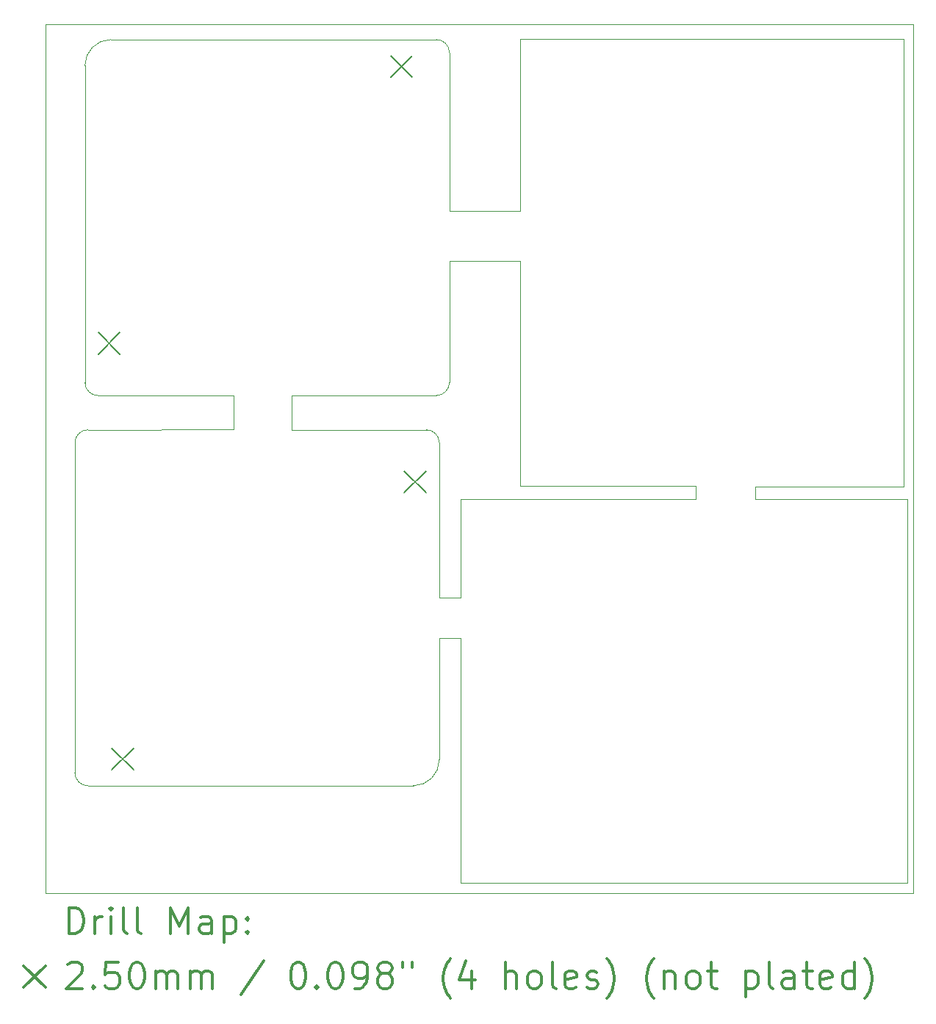
<source format=gbr>
%FSLAX45Y45*%
G04 Gerber Fmt 4.5, Leading zero omitted, Abs format (unit mm)*
G04 Created by KiCad (PCBNEW 4.0.6-e0-6349~53~ubuntu14.04.1) date Thu Apr  6 15:26:07 2017*
%MOMM*%
%LPD*%
G01*
G04 APERTURE LIST*
%ADD10C,0.127000*%
%ADD11C,0.100000*%
%ADD12C,0.200000*%
%ADD13C,0.300000*%
G04 APERTURE END LIST*
D10*
D11*
X10000000Y-5000000D02*
X10000000Y-15000000D01*
X20000000Y-5000000D02*
X10000000Y-5000000D01*
X20000000Y-15000000D02*
X20000000Y-5000000D01*
X10000000Y-15000000D02*
X20000000Y-15000000D01*
X14537000Y-11599000D02*
X14536000Y-9817000D01*
X14781000Y-11599000D02*
X14537000Y-11599000D01*
X14780000Y-10469000D02*
X14781000Y-11599000D01*
X14781000Y-12063000D02*
X14780000Y-14877000D01*
X14536000Y-12063000D02*
X14781000Y-12063000D01*
X14536000Y-13467000D02*
X14536000Y-12063000D01*
X18178000Y-10321000D02*
X19888000Y-10320000D01*
X18178000Y-10465000D02*
X18178000Y-10321000D01*
X19930000Y-10465000D02*
X18178000Y-10465000D01*
X17490000Y-10467000D02*
X14780000Y-10468000D01*
X17490000Y-10314000D02*
X17490000Y-10467000D01*
X17047000Y-10314000D02*
X17490000Y-10314000D01*
X15469000Y-10315000D02*
X17047000Y-10314000D01*
X15469000Y-7147000D02*
X15468000Y-5163000D01*
X14653000Y-7147000D02*
X15469000Y-7147000D01*
X14652000Y-5323000D02*
X14653000Y-7147000D01*
X15469000Y-7726000D02*
X15469000Y-10314000D01*
X14651000Y-7726000D02*
X15469000Y-7726000D01*
X14652000Y-9121000D02*
X14651000Y-7726000D01*
X12834000Y-9667000D02*
X14388000Y-9667000D01*
X12834000Y-9271000D02*
X12834000Y-9667000D01*
X14500000Y-9272000D02*
X12834000Y-9271000D01*
X12165000Y-9665000D02*
X10487000Y-9667000D01*
X12165000Y-9272000D02*
X12165000Y-9665000D01*
X10602000Y-9272000D02*
X12165000Y-9272000D01*
X15468000Y-5164000D02*
X15478000Y-5164000D01*
X19888000Y-5164000D02*
X19888000Y-10314000D01*
X15468000Y-5164000D02*
X19888000Y-5164000D01*
X14499000Y-5172000D02*
X10752000Y-5172000D01*
X10452000Y-5473000D02*
X10452000Y-9126000D01*
X14652000Y-5322000D02*
G75*
G03X14502000Y-5172000I-150000J0D01*
G01*
X14502000Y-9272000D02*
G75*
G03X14652000Y-9122000I0J150000D01*
G01*
X10452000Y-9122000D02*
G75*
G03X10602000Y-9272000I150000J0D01*
G01*
X10752000Y-5172000D02*
G75*
G03X10452000Y-5472000I0J-300000D01*
G01*
X14780000Y-14888000D02*
X14780000Y-14878000D01*
X19930000Y-14888000D02*
X14780000Y-14888000D01*
X19930000Y-10468000D02*
X19930000Y-14888000D01*
X10489000Y-13767000D02*
X14236000Y-13767000D01*
X10336000Y-9818000D02*
X10336000Y-13618000D01*
X10336000Y-13617000D02*
G75*
G03X10486000Y-13767000I150000J0D01*
G01*
X10486000Y-9667000D02*
G75*
G03X10336000Y-9817000I0J-150000D01*
G01*
X14536000Y-9817000D02*
G75*
G03X14386000Y-9667000I-150000J0D01*
G01*
X14236000Y-13767000D02*
G75*
G03X14536000Y-13467000I0J300000D01*
G01*
D12*
X10607000Y-8547000D02*
X10857000Y-8797000D01*
X10857000Y-8547000D02*
X10607000Y-8797000D01*
X10761000Y-13332000D02*
X11011000Y-13582000D01*
X11011000Y-13332000D02*
X10761000Y-13582000D01*
X13977000Y-5357000D02*
X14227000Y-5607000D01*
X14227000Y-5357000D02*
X13977000Y-5607000D01*
X14131000Y-10142000D02*
X14381000Y-10392000D01*
X14381000Y-10142000D02*
X14131000Y-10392000D01*
D13*
X10266429Y-15470714D02*
X10266429Y-15170714D01*
X10337857Y-15170714D01*
X10380714Y-15185000D01*
X10409286Y-15213571D01*
X10423571Y-15242143D01*
X10437857Y-15299286D01*
X10437857Y-15342143D01*
X10423571Y-15399286D01*
X10409286Y-15427857D01*
X10380714Y-15456429D01*
X10337857Y-15470714D01*
X10266429Y-15470714D01*
X10566429Y-15470714D02*
X10566429Y-15270714D01*
X10566429Y-15327857D02*
X10580714Y-15299286D01*
X10595000Y-15285000D01*
X10623571Y-15270714D01*
X10652143Y-15270714D01*
X10752143Y-15470714D02*
X10752143Y-15270714D01*
X10752143Y-15170714D02*
X10737857Y-15185000D01*
X10752143Y-15199286D01*
X10766429Y-15185000D01*
X10752143Y-15170714D01*
X10752143Y-15199286D01*
X10937857Y-15470714D02*
X10909286Y-15456429D01*
X10895000Y-15427857D01*
X10895000Y-15170714D01*
X11095000Y-15470714D02*
X11066429Y-15456429D01*
X11052143Y-15427857D01*
X11052143Y-15170714D01*
X11437857Y-15470714D02*
X11437857Y-15170714D01*
X11537857Y-15385000D01*
X11637857Y-15170714D01*
X11637857Y-15470714D01*
X11909286Y-15470714D02*
X11909286Y-15313571D01*
X11895000Y-15285000D01*
X11866428Y-15270714D01*
X11809286Y-15270714D01*
X11780714Y-15285000D01*
X11909286Y-15456429D02*
X11880714Y-15470714D01*
X11809286Y-15470714D01*
X11780714Y-15456429D01*
X11766428Y-15427857D01*
X11766428Y-15399286D01*
X11780714Y-15370714D01*
X11809286Y-15356429D01*
X11880714Y-15356429D01*
X11909286Y-15342143D01*
X12052143Y-15270714D02*
X12052143Y-15570714D01*
X12052143Y-15285000D02*
X12080714Y-15270714D01*
X12137857Y-15270714D01*
X12166428Y-15285000D01*
X12180714Y-15299286D01*
X12195000Y-15327857D01*
X12195000Y-15413571D01*
X12180714Y-15442143D01*
X12166428Y-15456429D01*
X12137857Y-15470714D01*
X12080714Y-15470714D01*
X12052143Y-15456429D01*
X12323571Y-15442143D02*
X12337857Y-15456429D01*
X12323571Y-15470714D01*
X12309286Y-15456429D01*
X12323571Y-15442143D01*
X12323571Y-15470714D01*
X12323571Y-15285000D02*
X12337857Y-15299286D01*
X12323571Y-15313571D01*
X12309286Y-15299286D01*
X12323571Y-15285000D01*
X12323571Y-15313571D01*
X9745000Y-15840000D02*
X9995000Y-16090000D01*
X9995000Y-15840000D02*
X9745000Y-16090000D01*
X10252143Y-15829286D02*
X10266429Y-15815000D01*
X10295000Y-15800714D01*
X10366429Y-15800714D01*
X10395000Y-15815000D01*
X10409286Y-15829286D01*
X10423571Y-15857857D01*
X10423571Y-15886429D01*
X10409286Y-15929286D01*
X10237857Y-16100714D01*
X10423571Y-16100714D01*
X10552143Y-16072143D02*
X10566429Y-16086429D01*
X10552143Y-16100714D01*
X10537857Y-16086429D01*
X10552143Y-16072143D01*
X10552143Y-16100714D01*
X10837857Y-15800714D02*
X10695000Y-15800714D01*
X10680714Y-15943571D01*
X10695000Y-15929286D01*
X10723571Y-15915000D01*
X10795000Y-15915000D01*
X10823571Y-15929286D01*
X10837857Y-15943571D01*
X10852143Y-15972143D01*
X10852143Y-16043571D01*
X10837857Y-16072143D01*
X10823571Y-16086429D01*
X10795000Y-16100714D01*
X10723571Y-16100714D01*
X10695000Y-16086429D01*
X10680714Y-16072143D01*
X11037857Y-15800714D02*
X11066429Y-15800714D01*
X11095000Y-15815000D01*
X11109286Y-15829286D01*
X11123571Y-15857857D01*
X11137857Y-15915000D01*
X11137857Y-15986429D01*
X11123571Y-16043571D01*
X11109286Y-16072143D01*
X11095000Y-16086429D01*
X11066429Y-16100714D01*
X11037857Y-16100714D01*
X11009286Y-16086429D01*
X10995000Y-16072143D01*
X10980714Y-16043571D01*
X10966429Y-15986429D01*
X10966429Y-15915000D01*
X10980714Y-15857857D01*
X10995000Y-15829286D01*
X11009286Y-15815000D01*
X11037857Y-15800714D01*
X11266428Y-16100714D02*
X11266428Y-15900714D01*
X11266428Y-15929286D02*
X11280714Y-15915000D01*
X11309286Y-15900714D01*
X11352143Y-15900714D01*
X11380714Y-15915000D01*
X11395000Y-15943571D01*
X11395000Y-16100714D01*
X11395000Y-15943571D02*
X11409286Y-15915000D01*
X11437857Y-15900714D01*
X11480714Y-15900714D01*
X11509286Y-15915000D01*
X11523571Y-15943571D01*
X11523571Y-16100714D01*
X11666428Y-16100714D02*
X11666428Y-15900714D01*
X11666428Y-15929286D02*
X11680714Y-15915000D01*
X11709286Y-15900714D01*
X11752143Y-15900714D01*
X11780714Y-15915000D01*
X11795000Y-15943571D01*
X11795000Y-16100714D01*
X11795000Y-15943571D02*
X11809286Y-15915000D01*
X11837857Y-15900714D01*
X11880714Y-15900714D01*
X11909286Y-15915000D01*
X11923571Y-15943571D01*
X11923571Y-16100714D01*
X12509286Y-15786429D02*
X12252143Y-16172143D01*
X12895000Y-15800714D02*
X12923571Y-15800714D01*
X12952143Y-15815000D01*
X12966428Y-15829286D01*
X12980714Y-15857857D01*
X12995000Y-15915000D01*
X12995000Y-15986429D01*
X12980714Y-16043571D01*
X12966428Y-16072143D01*
X12952143Y-16086429D01*
X12923571Y-16100714D01*
X12895000Y-16100714D01*
X12866428Y-16086429D01*
X12852143Y-16072143D01*
X12837857Y-16043571D01*
X12823571Y-15986429D01*
X12823571Y-15915000D01*
X12837857Y-15857857D01*
X12852143Y-15829286D01*
X12866428Y-15815000D01*
X12895000Y-15800714D01*
X13123571Y-16072143D02*
X13137857Y-16086429D01*
X13123571Y-16100714D01*
X13109286Y-16086429D01*
X13123571Y-16072143D01*
X13123571Y-16100714D01*
X13323571Y-15800714D02*
X13352143Y-15800714D01*
X13380714Y-15815000D01*
X13395000Y-15829286D01*
X13409285Y-15857857D01*
X13423571Y-15915000D01*
X13423571Y-15986429D01*
X13409285Y-16043571D01*
X13395000Y-16072143D01*
X13380714Y-16086429D01*
X13352143Y-16100714D01*
X13323571Y-16100714D01*
X13295000Y-16086429D01*
X13280714Y-16072143D01*
X13266428Y-16043571D01*
X13252143Y-15986429D01*
X13252143Y-15915000D01*
X13266428Y-15857857D01*
X13280714Y-15829286D01*
X13295000Y-15815000D01*
X13323571Y-15800714D01*
X13566428Y-16100714D02*
X13623571Y-16100714D01*
X13652143Y-16086429D01*
X13666428Y-16072143D01*
X13695000Y-16029286D01*
X13709285Y-15972143D01*
X13709285Y-15857857D01*
X13695000Y-15829286D01*
X13680714Y-15815000D01*
X13652143Y-15800714D01*
X13595000Y-15800714D01*
X13566428Y-15815000D01*
X13552143Y-15829286D01*
X13537857Y-15857857D01*
X13537857Y-15929286D01*
X13552143Y-15957857D01*
X13566428Y-15972143D01*
X13595000Y-15986429D01*
X13652143Y-15986429D01*
X13680714Y-15972143D01*
X13695000Y-15957857D01*
X13709285Y-15929286D01*
X13880714Y-15929286D02*
X13852143Y-15915000D01*
X13837857Y-15900714D01*
X13823571Y-15872143D01*
X13823571Y-15857857D01*
X13837857Y-15829286D01*
X13852143Y-15815000D01*
X13880714Y-15800714D01*
X13937857Y-15800714D01*
X13966428Y-15815000D01*
X13980714Y-15829286D01*
X13995000Y-15857857D01*
X13995000Y-15872143D01*
X13980714Y-15900714D01*
X13966428Y-15915000D01*
X13937857Y-15929286D01*
X13880714Y-15929286D01*
X13852143Y-15943571D01*
X13837857Y-15957857D01*
X13823571Y-15986429D01*
X13823571Y-16043571D01*
X13837857Y-16072143D01*
X13852143Y-16086429D01*
X13880714Y-16100714D01*
X13937857Y-16100714D01*
X13966428Y-16086429D01*
X13980714Y-16072143D01*
X13995000Y-16043571D01*
X13995000Y-15986429D01*
X13980714Y-15957857D01*
X13966428Y-15943571D01*
X13937857Y-15929286D01*
X14109286Y-15800714D02*
X14109286Y-15857857D01*
X14223571Y-15800714D02*
X14223571Y-15857857D01*
X14666428Y-16215000D02*
X14652143Y-16200714D01*
X14623571Y-16157857D01*
X14609285Y-16129286D01*
X14595000Y-16086429D01*
X14580714Y-16015000D01*
X14580714Y-15957857D01*
X14595000Y-15886429D01*
X14609285Y-15843571D01*
X14623571Y-15815000D01*
X14652143Y-15772143D01*
X14666428Y-15757857D01*
X14909285Y-15900714D02*
X14909285Y-16100714D01*
X14837857Y-15786429D02*
X14766428Y-16000714D01*
X14952143Y-16000714D01*
X15295000Y-16100714D02*
X15295000Y-15800714D01*
X15423571Y-16100714D02*
X15423571Y-15943571D01*
X15409285Y-15915000D01*
X15380714Y-15900714D01*
X15337857Y-15900714D01*
X15309285Y-15915000D01*
X15295000Y-15929286D01*
X15609285Y-16100714D02*
X15580714Y-16086429D01*
X15566428Y-16072143D01*
X15552143Y-16043571D01*
X15552143Y-15957857D01*
X15566428Y-15929286D01*
X15580714Y-15915000D01*
X15609285Y-15900714D01*
X15652143Y-15900714D01*
X15680714Y-15915000D01*
X15695000Y-15929286D01*
X15709285Y-15957857D01*
X15709285Y-16043571D01*
X15695000Y-16072143D01*
X15680714Y-16086429D01*
X15652143Y-16100714D01*
X15609285Y-16100714D01*
X15880714Y-16100714D02*
X15852143Y-16086429D01*
X15837857Y-16057857D01*
X15837857Y-15800714D01*
X16109286Y-16086429D02*
X16080714Y-16100714D01*
X16023571Y-16100714D01*
X15995000Y-16086429D01*
X15980714Y-16057857D01*
X15980714Y-15943571D01*
X15995000Y-15915000D01*
X16023571Y-15900714D01*
X16080714Y-15900714D01*
X16109286Y-15915000D01*
X16123571Y-15943571D01*
X16123571Y-15972143D01*
X15980714Y-16000714D01*
X16237857Y-16086429D02*
X16266428Y-16100714D01*
X16323571Y-16100714D01*
X16352143Y-16086429D01*
X16366428Y-16057857D01*
X16366428Y-16043571D01*
X16352143Y-16015000D01*
X16323571Y-16000714D01*
X16280714Y-16000714D01*
X16252143Y-15986429D01*
X16237857Y-15957857D01*
X16237857Y-15943571D01*
X16252143Y-15915000D01*
X16280714Y-15900714D01*
X16323571Y-15900714D01*
X16352143Y-15915000D01*
X16466428Y-16215000D02*
X16480714Y-16200714D01*
X16509286Y-16157857D01*
X16523571Y-16129286D01*
X16537857Y-16086429D01*
X16552143Y-16015000D01*
X16552143Y-15957857D01*
X16537857Y-15886429D01*
X16523571Y-15843571D01*
X16509286Y-15815000D01*
X16480714Y-15772143D01*
X16466428Y-15757857D01*
X17009286Y-16215000D02*
X16995000Y-16200714D01*
X16966428Y-16157857D01*
X16952143Y-16129286D01*
X16937857Y-16086429D01*
X16923571Y-16015000D01*
X16923571Y-15957857D01*
X16937857Y-15886429D01*
X16952143Y-15843571D01*
X16966428Y-15815000D01*
X16995000Y-15772143D01*
X17009286Y-15757857D01*
X17123571Y-15900714D02*
X17123571Y-16100714D01*
X17123571Y-15929286D02*
X17137857Y-15915000D01*
X17166428Y-15900714D01*
X17209286Y-15900714D01*
X17237857Y-15915000D01*
X17252143Y-15943571D01*
X17252143Y-16100714D01*
X17437857Y-16100714D02*
X17409286Y-16086429D01*
X17395000Y-16072143D01*
X17380714Y-16043571D01*
X17380714Y-15957857D01*
X17395000Y-15929286D01*
X17409286Y-15915000D01*
X17437857Y-15900714D01*
X17480714Y-15900714D01*
X17509286Y-15915000D01*
X17523571Y-15929286D01*
X17537857Y-15957857D01*
X17537857Y-16043571D01*
X17523571Y-16072143D01*
X17509286Y-16086429D01*
X17480714Y-16100714D01*
X17437857Y-16100714D01*
X17623571Y-15900714D02*
X17737857Y-15900714D01*
X17666429Y-15800714D02*
X17666429Y-16057857D01*
X17680714Y-16086429D01*
X17709286Y-16100714D01*
X17737857Y-16100714D01*
X18066429Y-15900714D02*
X18066429Y-16200714D01*
X18066429Y-15915000D02*
X18095000Y-15900714D01*
X18152143Y-15900714D01*
X18180714Y-15915000D01*
X18195000Y-15929286D01*
X18209286Y-15957857D01*
X18209286Y-16043571D01*
X18195000Y-16072143D01*
X18180714Y-16086429D01*
X18152143Y-16100714D01*
X18095000Y-16100714D01*
X18066429Y-16086429D01*
X18380714Y-16100714D02*
X18352143Y-16086429D01*
X18337857Y-16057857D01*
X18337857Y-15800714D01*
X18623571Y-16100714D02*
X18623571Y-15943571D01*
X18609286Y-15915000D01*
X18580714Y-15900714D01*
X18523571Y-15900714D01*
X18495000Y-15915000D01*
X18623571Y-16086429D02*
X18595000Y-16100714D01*
X18523571Y-16100714D01*
X18495000Y-16086429D01*
X18480714Y-16057857D01*
X18480714Y-16029286D01*
X18495000Y-16000714D01*
X18523571Y-15986429D01*
X18595000Y-15986429D01*
X18623571Y-15972143D01*
X18723571Y-15900714D02*
X18837857Y-15900714D01*
X18766429Y-15800714D02*
X18766429Y-16057857D01*
X18780714Y-16086429D01*
X18809286Y-16100714D01*
X18837857Y-16100714D01*
X19052143Y-16086429D02*
X19023572Y-16100714D01*
X18966429Y-16100714D01*
X18937857Y-16086429D01*
X18923572Y-16057857D01*
X18923572Y-15943571D01*
X18937857Y-15915000D01*
X18966429Y-15900714D01*
X19023572Y-15900714D01*
X19052143Y-15915000D01*
X19066429Y-15943571D01*
X19066429Y-15972143D01*
X18923572Y-16000714D01*
X19323572Y-16100714D02*
X19323572Y-15800714D01*
X19323572Y-16086429D02*
X19295000Y-16100714D01*
X19237857Y-16100714D01*
X19209286Y-16086429D01*
X19195000Y-16072143D01*
X19180714Y-16043571D01*
X19180714Y-15957857D01*
X19195000Y-15929286D01*
X19209286Y-15915000D01*
X19237857Y-15900714D01*
X19295000Y-15900714D01*
X19323572Y-15915000D01*
X19437857Y-16215000D02*
X19452143Y-16200714D01*
X19480714Y-16157857D01*
X19495000Y-16129286D01*
X19509286Y-16086429D01*
X19523572Y-16015000D01*
X19523572Y-15957857D01*
X19509286Y-15886429D01*
X19495000Y-15843571D01*
X19480714Y-15815000D01*
X19452143Y-15772143D01*
X19437857Y-15757857D01*
M02*

</source>
